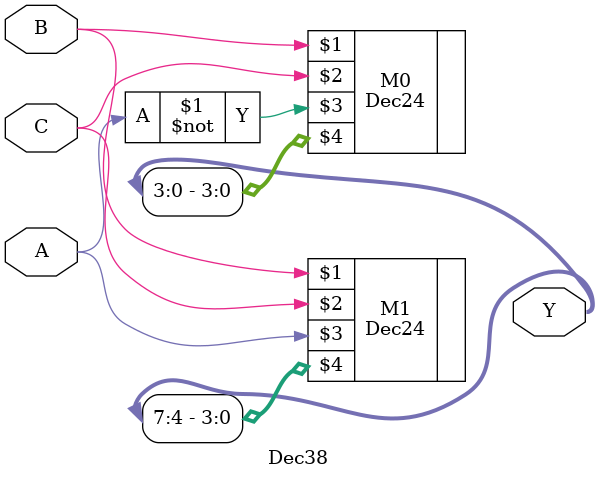
<source format=v>
`timescale 1ns / 1ps

module Dec38(A, B, C, Y);
input A, B, C;
output [7:0]Y;

Dec24 M0(B, C, ~A, Y[3:0]);
Dec24 M1(B, C, A, Y[7:4]);

endmodule

</source>
